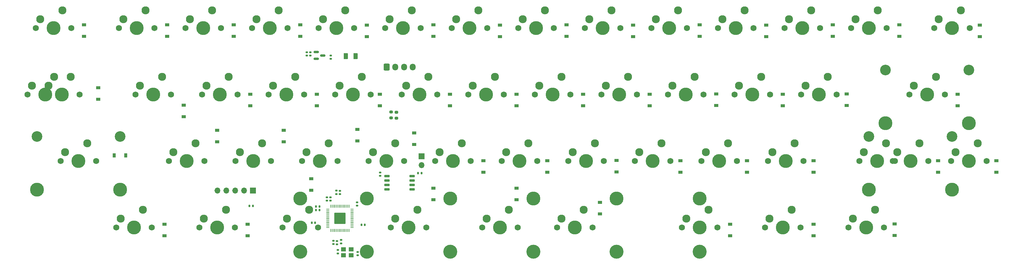
<source format=gbr>
%TF.GenerationSoftware,KiCad,Pcbnew,(6.0.6)*%
%TF.CreationDate,2022-08-10T17:00:59+02:00*%
%TF.ProjectId,rabid40,72616269-6434-4302-9e6b-696361645f70,rev?*%
%TF.SameCoordinates,Original*%
%TF.FileFunction,Soldermask,Bot*%
%TF.FilePolarity,Negative*%
%FSLAX46Y46*%
G04 Gerber Fmt 4.6, Leading zero omitted, Abs format (unit mm)*
G04 Created by KiCad (PCBNEW (6.0.6)) date 2022-08-10 17:00:59*
%MOMM*%
%LPD*%
G01*
G04 APERTURE LIST*
G04 Aperture macros list*
%AMRoundRect*
0 Rectangle with rounded corners*
0 $1 Rounding radius*
0 $2 $3 $4 $5 $6 $7 $8 $9 X,Y pos of 4 corners*
0 Add a 4 corners polygon primitive as box body*
4,1,4,$2,$3,$4,$5,$6,$7,$8,$9,$2,$3,0*
0 Add four circle primitives for the rounded corners*
1,1,$1+$1,$2,$3*
1,1,$1+$1,$4,$5*
1,1,$1+$1,$6,$7*
1,1,$1+$1,$8,$9*
0 Add four rect primitives between the rounded corners*
20,1,$1+$1,$2,$3,$4,$5,0*
20,1,$1+$1,$4,$5,$6,$7,0*
20,1,$1+$1,$6,$7,$8,$9,0*
20,1,$1+$1,$8,$9,$2,$3,0*%
G04 Aperture macros list end*
%ADD10C,1.750000*%
%ADD11C,3.987800*%
%ADD12C,2.300000*%
%ADD13O,1.700000X1.950000*%
%ADD14RoundRect,0.250000X-0.600000X-0.725000X0.600000X-0.725000X0.600000X0.725000X-0.600000X0.725000X0*%
%ADD15C,3.048000*%
%ADD16O,1.700000X1.700000*%
%ADD17R,1.700000X1.700000*%
%ADD18C,4.000000*%
%ADD19RoundRect,0.140000X0.170000X-0.140000X0.170000X0.140000X-0.170000X0.140000X-0.170000X-0.140000X0*%
%ADD20R,1.200000X0.900000*%
%ADD21RoundRect,0.144000X1.456000X1.456000X-1.456000X1.456000X-1.456000X-1.456000X1.456000X-1.456000X0*%
%ADD22RoundRect,0.050000X0.050000X0.387500X-0.050000X0.387500X-0.050000X-0.387500X0.050000X-0.387500X0*%
%ADD23RoundRect,0.050000X0.387500X0.050000X-0.387500X0.050000X-0.387500X-0.050000X0.387500X-0.050000X0*%
%ADD24RoundRect,0.135000X0.135000X0.185000X-0.135000X0.185000X-0.135000X-0.185000X0.135000X-0.185000X0*%
%ADD25RoundRect,0.140000X-0.170000X0.140000X-0.170000X-0.140000X0.170000X-0.140000X0.170000X0.140000X0*%
%ADD26RoundRect,0.140000X0.140000X0.170000X-0.140000X0.170000X-0.140000X-0.170000X0.140000X-0.170000X0*%
%ADD27R,0.900000X1.200000*%
%ADD28RoundRect,0.135000X0.185000X-0.135000X0.185000X0.135000X-0.185000X0.135000X-0.185000X-0.135000X0*%
%ADD29RoundRect,0.150000X0.650000X0.150000X-0.650000X0.150000X-0.650000X-0.150000X0.650000X-0.150000X0*%
%ADD30RoundRect,0.150000X-0.587500X-0.150000X0.587500X-0.150000X0.587500X0.150000X-0.587500X0.150000X0*%
%ADD31R,1.400000X1.200000*%
%ADD32RoundRect,0.200000X-0.275000X0.200000X-0.275000X-0.200000X0.275000X-0.200000X0.275000X0.200000X0*%
%ADD33RoundRect,0.250000X0.375000X0.625000X-0.375000X0.625000X-0.375000X-0.625000X0.375000X-0.625000X0*%
%ADD34RoundRect,0.135000X-0.135000X-0.185000X0.135000X-0.185000X0.135000X0.185000X-0.135000X0.185000X0*%
%ADD35RoundRect,0.140000X-0.140000X-0.170000X0.140000X-0.170000X0.140000X0.170000X-0.140000X0.170000X0*%
G04 APERTURE END LIST*
D10*
%TO.C,Alt1*%
X70197500Y-105083750D03*
D11*
X65117500Y-105083750D03*
D10*
X60037500Y-105083750D03*
D12*
X61307500Y-102543750D03*
X67657500Y-100003750D03*
%TD*%
D10*
%TO.C,Alt2*%
X232122500Y-105083750D03*
D11*
X227042500Y-105083750D03*
D10*
X221962500Y-105083750D03*
D12*
X223232500Y-102543750D03*
X229582500Y-100003750D03*
%TD*%
D13*
%TO.C,J2*%
X121130000Y-59172500D03*
X118630000Y-59172500D03*
X116130000Y-59172500D03*
D14*
X113630000Y-59172500D03*
%TD*%
D12*
%TO.C,F2*%
X106551250Y-61903750D03*
X100201250Y-64443750D03*
D10*
X98931250Y-66983750D03*
X109091250Y-66983750D03*
D11*
X104011250Y-66983750D03*
%TD*%
D12*
%TO.C,P1*%
X216088750Y-42853750D03*
X209738750Y-45393750D03*
D10*
X218628750Y-47933750D03*
X208468750Y-47933750D03*
D11*
X213548750Y-47933750D03*
%TD*%
D12*
%TO.C,Q1*%
X44638750Y-42853750D03*
X38288750Y-45393750D03*
D10*
X47178750Y-47933750D03*
D11*
X42098750Y-47933750D03*
D10*
X37018750Y-47933750D03*
%TD*%
D12*
%TO.C,W1*%
X63688750Y-42853750D03*
X57338750Y-45393750D03*
D10*
X66228750Y-47933750D03*
X56068750Y-47933750D03*
D11*
X61148750Y-47933750D03*
%TD*%
%TO.C,G1*%
X123061250Y-66983750D03*
D10*
X128141250Y-66983750D03*
X117981250Y-66983750D03*
D12*
X119251250Y-64443750D03*
X125601250Y-61903750D03*
%TD*%
%TO.C,D46*%
X87501250Y-61903750D03*
X81151250Y-64443750D03*
D10*
X79881250Y-66983750D03*
D11*
X84961250Y-66983750D03*
D10*
X90041250Y-66983750D03*
%TD*%
D12*
%TO.C,E1*%
X82738750Y-42853750D03*
X76388750Y-45393750D03*
D11*
X80198750Y-47933750D03*
D10*
X85278750Y-47933750D03*
X75118750Y-47933750D03*
%TD*%
D12*
%TO.C,;1*%
X220851250Y-61903750D03*
X214501250Y-64443750D03*
D10*
X223391250Y-66983750D03*
X213231250Y-66983750D03*
D11*
X218311250Y-66983750D03*
%TD*%
%TO.C,Stab_Enter1*%
X280223750Y-75238750D03*
D15*
X256411250Y-59998750D03*
X280223750Y-59998750D03*
D11*
X256411250Y-75238750D03*
%TD*%
D12*
%TO.C,T1*%
X120838750Y-42853750D03*
X114488750Y-45393750D03*
D10*
X113218750Y-47933750D03*
D11*
X118298750Y-47933750D03*
D10*
X123378750Y-47933750D03*
%TD*%
D12*
%TO.C,J3*%
X163701250Y-61903750D03*
X157351250Y-64443750D03*
D10*
X166241250Y-66983750D03*
D11*
X161161250Y-66983750D03*
D10*
X156081250Y-66983750D03*
%TD*%
D12*
%TO.C,Win1*%
X43845000Y-100003750D03*
X37495000Y-102543750D03*
D10*
X46385000Y-105083750D03*
X36225000Y-105083750D03*
D11*
X41305000Y-105083750D03*
%TD*%
D16*
%TO.C,J1*%
X65190000Y-94530000D03*
X67730000Y-94530000D03*
X70270000Y-94530000D03*
X72810000Y-94530000D03*
D17*
X75350000Y-94530000D03*
%TD*%
D12*
%TO.C,H1*%
X144651250Y-61903750D03*
X138301250Y-64443750D03*
D10*
X147191250Y-66983750D03*
X137031250Y-66983750D03*
D11*
X142111250Y-66983750D03*
%TD*%
D12*
%TO.C,<1*%
X192276250Y-80953750D03*
X185926250Y-83493750D03*
D10*
X184656250Y-86033750D03*
D11*
X189736250Y-86033750D03*
D10*
X194816250Y-86033750D03*
%TD*%
D11*
%TO.C,Stab_Spc2.25*%
X107993520Y-96824148D03*
X131806020Y-96824148D03*
D18*
X107993520Y-112064148D03*
X131806020Y-112064148D03*
%TD*%
D12*
%TO.C,U4*%
X158938750Y-42853750D03*
X152588750Y-45393750D03*
D11*
X156398750Y-47933750D03*
D10*
X151318750Y-47933750D03*
X161478750Y-47933750D03*
%TD*%
D12*
%TO.C,L1*%
X201801250Y-61903750D03*
X195451250Y-64443750D03*
D10*
X194181250Y-66983750D03*
X204341250Y-66983750D03*
D11*
X199261250Y-66983750D03*
%TD*%
%TO.C,Stab_Spc7u1*%
X203230000Y-96828750D03*
D18*
X88930000Y-112068750D03*
X203230000Y-112068750D03*
D11*
X88930000Y-96828750D03*
%TD*%
D12*
%TO.C,Tab1*%
X20826250Y-42853750D03*
X14476250Y-45393750D03*
D10*
X13206250Y-47933750D03*
D11*
X18286250Y-47933750D03*
D10*
X23366250Y-47933750D03*
%TD*%
D12*
%TO.C,[1*%
X235138750Y-42853750D03*
X228788750Y-45393750D03*
D11*
X232598750Y-47933750D03*
D10*
X237678750Y-47933750D03*
X227518750Y-47933750D03*
%TD*%
D12*
%TO.C,I1*%
X177988750Y-42853750D03*
X171638750Y-45393750D03*
D10*
X180528750Y-47933750D03*
X170368750Y-47933750D03*
D11*
X175448750Y-47933750D03*
%TD*%
D12*
%TO.C,StepCtrl1*%
X18445000Y-61903750D03*
X12095000Y-64443750D03*
D10*
X10825000Y-66983750D03*
X20985000Y-66983750D03*
D11*
X15905000Y-66983750D03*
%TD*%
D12*
%TO.C,V1*%
X116076250Y-80953750D03*
X109726250Y-83493750D03*
D11*
X113536250Y-86033750D03*
D10*
X118616250Y-86033750D03*
X108456250Y-86033750D03*
%TD*%
D12*
%TO.C,Shift3*%
X266095000Y-80953750D03*
X259745000Y-83493750D03*
D10*
X258475000Y-86033750D03*
X268635000Y-86033750D03*
D11*
X263555000Y-86033750D03*
%TD*%
D12*
%TO.C,Ctrl1*%
X23207500Y-61903750D03*
X16857500Y-64443750D03*
D10*
X15587500Y-66983750D03*
X25747500Y-66983750D03*
D11*
X20667500Y-66983750D03*
%TD*%
D12*
%TO.C,Bspc1*%
X278001250Y-42853750D03*
X271651250Y-45393750D03*
D10*
X270381250Y-47933750D03*
X280541250Y-47933750D03*
D11*
X275461250Y-47933750D03*
%TD*%
D12*
%TO.C,Space_7u1*%
X148620000Y-100003750D03*
X142270000Y-102543750D03*
D10*
X141000000Y-105083750D03*
X151160000Y-105083750D03*
D11*
X146080000Y-105083750D03*
%TD*%
D12*
%TO.C,Y2*%
X139888750Y-42853750D03*
X133538750Y-45393750D03*
D11*
X137348750Y-47933750D03*
D10*
X142428750Y-47933750D03*
X132268750Y-47933750D03*
%TD*%
D18*
%TO.C,Stab_Spc2.75*%
X155605000Y-112068750D03*
D11*
X155605000Y-96828750D03*
D18*
X179417500Y-112068750D03*
D11*
X179417500Y-96828750D03*
%TD*%
D12*
%TO.C,Shift2*%
X256570000Y-80953750D03*
X250220000Y-83493750D03*
D10*
X259110000Y-86033750D03*
D11*
X254030000Y-86033750D03*
D10*
X248950000Y-86033750D03*
%TD*%
D12*
%TO.C,Space2.25*%
X122426250Y-100003750D03*
X116076250Y-102543750D03*
D11*
X119886250Y-105083750D03*
D10*
X124966250Y-105083750D03*
X114806250Y-105083750D03*
%TD*%
D12*
%TO.C,Space2.75*%
X170051250Y-100003750D03*
X163701250Y-102543750D03*
D10*
X172591250Y-105083750D03*
X162431250Y-105083750D03*
D11*
X167511250Y-105083750D03*
%TD*%
D12*
%TO.C,Fn1*%
X282763750Y-80953750D03*
X276413750Y-83493750D03*
D11*
X280223750Y-86033750D03*
D10*
X275143750Y-86033750D03*
X285303750Y-86033750D03*
%TD*%
D12*
%TO.C,B1*%
X135126250Y-80953750D03*
X128776250Y-83493750D03*
D11*
X132586250Y-86033750D03*
D10*
X137666250Y-86033750D03*
X127506250Y-86033750D03*
%TD*%
D12*
%TO.C,Shift1*%
X27970000Y-80953750D03*
X21620000Y-83493750D03*
D10*
X30510000Y-86033750D03*
D11*
X25430000Y-86033750D03*
D10*
X20350000Y-86033750D03*
%TD*%
D15*
%TO.C,Stab_RShift1*%
X251648750Y-79048750D03*
D11*
X251648750Y-94288750D03*
D15*
X275461250Y-79048750D03*
D11*
X275461250Y-94288750D03*
%TD*%
D12*
%TO.C,M1*%
X173226250Y-80953750D03*
X166876250Y-83493750D03*
D10*
X165606250Y-86033750D03*
D11*
X170686250Y-86033750D03*
D10*
X175766250Y-86033750D03*
%TD*%
D12*
%TO.C,Z1*%
X58926250Y-80953750D03*
X52576250Y-83493750D03*
D10*
X51306250Y-86033750D03*
X61466250Y-86033750D03*
D11*
X56386250Y-86033750D03*
%TD*%
D12*
%TO.C,C18*%
X97026250Y-80953750D03*
X90676250Y-83493750D03*
D10*
X99566250Y-86033750D03*
D11*
X94486250Y-86033750D03*
D10*
X89406250Y-86033750D03*
%TD*%
D15*
%TO.C,Stab_LShift1*%
X13523750Y-79048750D03*
D11*
X37336250Y-94288750D03*
D15*
X37336250Y-79048750D03*
D11*
X13523750Y-94288750D03*
%TD*%
D12*
%TO.C,S1*%
X68451250Y-61903750D03*
X62101250Y-64443750D03*
D11*
X65911250Y-66983750D03*
D10*
X60831250Y-66983750D03*
X70991250Y-66983750D03*
%TD*%
D12*
%TO.C,A1*%
X49401250Y-61903750D03*
X43051250Y-64443750D03*
D11*
X46861250Y-66983750D03*
D10*
X51941250Y-66983750D03*
X41781250Y-66983750D03*
%TD*%
D12*
%TO.C,'1*%
X239901250Y-61903750D03*
X233551250Y-64443750D03*
D10*
X232281250Y-66983750D03*
X242441250Y-66983750D03*
D11*
X237361250Y-66983750D03*
%TD*%
D12*
%TO.C,X1*%
X77976250Y-80953750D03*
X71626250Y-83493750D03*
D10*
X80516250Y-86033750D03*
D11*
X75436250Y-86033750D03*
D10*
X70356250Y-86033750D03*
%TD*%
D12*
%TO.C,/1*%
X230376250Y-80953750D03*
X224026250Y-83493750D03*
D10*
X232916250Y-86033750D03*
D11*
X227836250Y-86033750D03*
D10*
X222756250Y-86033750D03*
%TD*%
D12*
%TO.C,R6*%
X101788750Y-42853750D03*
X95438750Y-45393750D03*
D10*
X94168750Y-47933750D03*
D11*
X99248750Y-47933750D03*
D10*
X104328750Y-47933750D03*
%TD*%
D12*
%TO.C,RMod1*%
X205770000Y-100003750D03*
X199420000Y-102543750D03*
D11*
X203230000Y-105083750D03*
D10*
X208310000Y-105083750D03*
X198150000Y-105083750D03*
%TD*%
D12*
%TO.C,K1*%
X182751250Y-61903750D03*
X176401250Y-64443750D03*
D10*
X185291250Y-66983750D03*
X175131250Y-66983750D03*
D11*
X180211250Y-66983750D03*
%TD*%
D12*
%TO.C,Win2*%
X253395000Y-100003750D03*
X247045000Y-102543750D03*
D10*
X245775000Y-105083750D03*
X255935000Y-105083750D03*
D11*
X250855000Y-105083750D03*
%TD*%
D12*
%TO.C,>1*%
X211326250Y-80953750D03*
X204976250Y-83493750D03*
D10*
X213866250Y-86033750D03*
X203706250Y-86033750D03*
D11*
X208786250Y-86033750D03*
%TD*%
D12*
%TO.C,N1*%
X154176250Y-80953750D03*
X147826250Y-83493750D03*
D11*
X151636250Y-86033750D03*
D10*
X146556250Y-86033750D03*
X156716250Y-86033750D03*
%TD*%
D12*
%TO.C,]1*%
X254188750Y-42853750D03*
X247838750Y-45393750D03*
D10*
X246568750Y-47933750D03*
D11*
X251648750Y-47933750D03*
D10*
X256728750Y-47933750D03*
%TD*%
D12*
%TO.C,Enter1*%
X270857500Y-61903750D03*
X264507500Y-64443750D03*
D10*
X263237500Y-66983750D03*
D11*
X268317500Y-66983750D03*
D10*
X273397500Y-66983750D03*
%TD*%
D12*
%TO.C,O1*%
X197038750Y-42853750D03*
X190688750Y-45393750D03*
D10*
X199578750Y-47933750D03*
D11*
X194498750Y-47933750D03*
D10*
X189418750Y-47933750D03*
%TD*%
D12*
%TO.C,LMod1*%
X91470000Y-100003750D03*
X85120000Y-102543750D03*
D10*
X94010000Y-105083750D03*
X83850000Y-105083750D03*
D11*
X88930000Y-105083750D03*
%TD*%
D19*
%TO.C,C11*%
X97667500Y-55831250D03*
X97667500Y-56791250D03*
%TD*%
D20*
%TO.C,D32*%
X188942500Y-66921250D03*
X188942500Y-70221250D03*
%TD*%
D21*
%TO.C,U1*%
X100255000Y-102497500D03*
D22*
X102855000Y-99060000D03*
X102455000Y-99060000D03*
X102055000Y-99060000D03*
X101655000Y-99060000D03*
X101255000Y-99060000D03*
X100855000Y-99060000D03*
X100455000Y-99060000D03*
X100055000Y-99060000D03*
X99655000Y-99060000D03*
X99255000Y-99060000D03*
X98855000Y-99060000D03*
X98455000Y-99060000D03*
X98055000Y-99060000D03*
X97655000Y-99060000D03*
D23*
X96817500Y-99897500D03*
X96817500Y-100297500D03*
X96817500Y-100697500D03*
X96817500Y-101097500D03*
X96817500Y-101497500D03*
X96817500Y-101897500D03*
X96817500Y-102297500D03*
X96817500Y-102697500D03*
X96817500Y-103097500D03*
X96817500Y-103497500D03*
X96817500Y-103897500D03*
X96817500Y-104297500D03*
X96817500Y-104697500D03*
X96817500Y-105097500D03*
D22*
X97655000Y-105935000D03*
X98055000Y-105935000D03*
X98455000Y-105935000D03*
X98855000Y-105935000D03*
X99255000Y-105935000D03*
X99655000Y-105935000D03*
X100055000Y-105935000D03*
X100455000Y-105935000D03*
X100855000Y-105935000D03*
X101255000Y-105935000D03*
X101655000Y-105935000D03*
X102055000Y-105935000D03*
X102455000Y-105935000D03*
X102855000Y-105935000D03*
D23*
X103692500Y-105097500D03*
X103692500Y-104697500D03*
X103692500Y-104297500D03*
X103692500Y-103897500D03*
X103692500Y-103497500D03*
X103692500Y-103097500D03*
X103692500Y-102697500D03*
X103692500Y-102297500D03*
X103692500Y-101897500D03*
X103692500Y-101497500D03*
X103692500Y-101097500D03*
X103692500Y-100697500D03*
X103692500Y-100297500D03*
X103692500Y-99897500D03*
%TD*%
D20*
%TO.C,D1*%
X27017500Y-47077500D03*
X27017500Y-50377500D03*
%TD*%
%TO.C,D20*%
X131792500Y-66921250D03*
X131792500Y-70221250D03*
%TD*%
%TO.C,D44*%
X245298750Y-66858750D03*
X245298750Y-70158750D03*
%TD*%
D19*
%TO.C,C6*%
X96537500Y-96457500D03*
X96537500Y-97417500D03*
%TD*%
D20*
%TO.C,D39*%
X222280000Y-47140000D03*
X222280000Y-50440000D03*
%TD*%
%TO.C,D15*%
X107980000Y-47140000D03*
X107980000Y-50440000D03*
%TD*%
%TO.C,D26*%
X150842500Y-97146250D03*
X150842500Y-93846250D03*
%TD*%
%TO.C,D4*%
X50830000Y-47077500D03*
X50830000Y-50377500D03*
%TD*%
D24*
%TO.C,R4*%
X122630000Y-89560000D03*
X123650000Y-89560000D03*
%TD*%
D25*
%TO.C,C4*%
X90787500Y-55851250D03*
X90787500Y-54891250D03*
%TD*%
D20*
%TO.C,D10*%
X50036250Y-104227500D03*
X50036250Y-107527500D03*
%TD*%
%TO.C,D24*%
X150842500Y-66921250D03*
X150842500Y-70221250D03*
%TD*%
D16*
%TO.C,SW7*%
X123630000Y-87300000D03*
D17*
X123630000Y-84760000D03*
%TD*%
D26*
%TO.C,C5*%
X93417500Y-99087500D03*
X94377500Y-99087500D03*
%TD*%
D20*
%TO.C,D28*%
X169892500Y-66921250D03*
X169892500Y-70221250D03*
%TD*%
%TO.C,D49*%
X271492500Y-85971250D03*
X271492500Y-89271250D03*
%TD*%
D27*
%TO.C,D3*%
X35686250Y-84446250D03*
X38986250Y-84446250D03*
%TD*%
D20*
%TO.C,D17*%
X121473750Y-81333750D03*
X121473750Y-78033750D03*
%TD*%
%TO.C,D47*%
X260380000Y-47015000D03*
X260380000Y-50315000D03*
%TD*%
%TO.C,D42*%
X259025000Y-104100000D03*
X259025000Y-107400000D03*
%TD*%
%TO.C,D50*%
X283398750Y-47140000D03*
X283398750Y-50440000D03*
%TD*%
%TO.C,D8*%
X74642500Y-66921250D03*
X74642500Y-70221250D03*
%TD*%
D28*
%TO.C,R5*%
X100627500Y-108717500D03*
X100627500Y-109737500D03*
%TD*%
D20*
%TO.C,D48*%
X277048750Y-66921250D03*
X277048750Y-70221250D03*
%TD*%
%TO.C,D34*%
X211961250Y-104165000D03*
X211961250Y-107465000D03*
%TD*%
%TO.C,D30*%
X174655000Y-101240000D03*
X174655000Y-97940000D03*
%TD*%
D29*
%TO.C,U2*%
X113687500Y-90377500D03*
X113687500Y-91647500D03*
X113687500Y-92917500D03*
X113687500Y-94187500D03*
X120887500Y-94187500D03*
X120887500Y-92917500D03*
X120887500Y-91647500D03*
X120887500Y-90377500D03*
%TD*%
D20*
%TO.C,D23*%
X146080000Y-47140000D03*
X146080000Y-50440000D03*
%TD*%
%TO.C,D41*%
X235773750Y-85971250D03*
X235773750Y-89271250D03*
%TD*%
%TO.C,D9*%
X84167500Y-80540000D03*
X84167500Y-77240000D03*
%TD*%
%TO.C,D12*%
X93692500Y-66921250D03*
X93692500Y-70221250D03*
%TD*%
D30*
%TO.C,U3*%
X95347500Y-55817500D03*
X93472500Y-54867500D03*
X93472500Y-56767500D03*
%TD*%
D20*
%TO.C,D43*%
X241330000Y-47077500D03*
X241330000Y-50377500D03*
%TD*%
D25*
%TO.C,C2*%
X98390000Y-109880000D03*
X98390000Y-108920000D03*
%TD*%
D19*
%TO.C,C15*%
X91807500Y-54891250D03*
X91807500Y-55851250D03*
%TD*%
D20*
%TO.C,D29*%
X179417500Y-85908750D03*
X179417500Y-89208750D03*
%TD*%
D26*
%TO.C,C7*%
X93425000Y-100116250D03*
X94385000Y-100116250D03*
%TD*%
%TO.C,C10*%
X92200000Y-103810000D03*
X93160000Y-103810000D03*
%TD*%
D31*
%TO.C,Y1*%
X101237500Y-113077500D03*
X103437500Y-113077500D03*
X103437500Y-111377500D03*
X101237500Y-111377500D03*
%TD*%
D20*
%TO.C,D36*%
X207992500Y-66858750D03*
X207992500Y-70158750D03*
%TD*%
D32*
%TO.C,R1*%
X116420000Y-73770000D03*
X116420000Y-72120000D03*
%TD*%
D33*
%TO.C,F1*%
X101953750Y-56040000D03*
X104753750Y-56040000D03*
%TD*%
D19*
%TO.C,C13*%
X105177500Y-97927500D03*
X105177500Y-98887500D03*
%TD*%
D20*
%TO.C,D25*%
X159573750Y-85971250D03*
X159573750Y-89271250D03*
%TD*%
%TO.C,D14*%
X73848750Y-104227500D03*
X73848750Y-107527500D03*
%TD*%
%TO.C,D52*%
X288161250Y-85971250D03*
X288161250Y-89271250D03*
%TD*%
D19*
%TO.C,C1*%
X100230000Y-94600000D03*
X100230000Y-95560000D03*
%TD*%
D20*
%TO.C,D6*%
X65117500Y-80540000D03*
X65117500Y-77240000D03*
%TD*%
%TO.C,D40*%
X227042500Y-66921250D03*
X227042500Y-70221250D03*
%TD*%
D34*
%TO.C,R3*%
X75350000Y-98970000D03*
X74330000Y-98970000D03*
%TD*%
D20*
%TO.C,D19*%
X127030000Y-47077500D03*
X127030000Y-50377500D03*
%TD*%
%TO.C,D2*%
X31050000Y-65060000D03*
X31050000Y-68360000D03*
%TD*%
%TO.C,D18*%
X92090000Y-94470000D03*
X92090000Y-91170000D03*
%TD*%
%TO.C,D5*%
X55592500Y-70096250D03*
X55592500Y-73396250D03*
%TD*%
%TO.C,D21*%
X141317500Y-85971250D03*
X141317500Y-89271250D03*
%TD*%
%TO.C,D31*%
X184180000Y-47140000D03*
X184180000Y-50440000D03*
%TD*%
%TO.C,D16*%
X111710000Y-66920000D03*
X111710000Y-70220000D03*
%TD*%
%TO.C,D27*%
X165130000Y-47077500D03*
X165130000Y-50377500D03*
%TD*%
%TO.C,D13*%
X105257500Y-80307500D03*
X105257500Y-77007500D03*
%TD*%
%TO.C,D35*%
X203230000Y-47077500D03*
X203230000Y-50377500D03*
%TD*%
%TO.C,D38*%
X235773750Y-104227500D03*
X235773750Y-107527500D03*
%TD*%
D19*
%TO.C,C17*%
X99696250Y-111588750D03*
X99696250Y-112548750D03*
%TD*%
%TO.C,C8*%
X111737500Y-89387500D03*
X111737500Y-90347500D03*
%TD*%
D20*
%TO.C,D11*%
X88930000Y-47077500D03*
X88930000Y-50377500D03*
%TD*%
D25*
%TO.C,C16*%
X105340000Y-113110000D03*
X105340000Y-112150000D03*
%TD*%
%TO.C,C14*%
X99400000Y-109960000D03*
X99400000Y-109000000D03*
%TD*%
D32*
%TO.C,R2*%
X114880000Y-73710000D03*
X114880000Y-72060000D03*
%TD*%
D20*
%TO.C,D33*%
X197673750Y-85971250D03*
X197673750Y-89271250D03*
%TD*%
%TO.C,D22*%
X127030000Y-97146250D03*
X127030000Y-93846250D03*
%TD*%
D19*
%TO.C,C3*%
X97537500Y-96457500D03*
X97537500Y-97417500D03*
%TD*%
%TO.C,C9*%
X99210000Y-94580000D03*
X99210000Y-95540000D03*
%TD*%
D20*
%TO.C,D7*%
X69880000Y-47077500D03*
X69880000Y-50377500D03*
%TD*%
D35*
%TO.C,C12*%
X107380000Y-104390000D03*
X106420000Y-104390000D03*
%TD*%
D20*
%TO.C,D37*%
X216723750Y-85971250D03*
X216723750Y-89271250D03*
%TD*%
M02*

</source>
